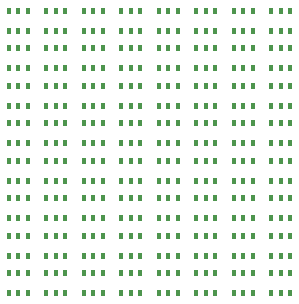
<source format=gtp>
G75*
%MOIN*%
%OFA0B0*%
%FSLAX25Y25*%
%IPPOS*%
%LPD*%
%AMOC8*
5,1,8,0,0,1.08239X$1,22.5*
%
%ADD10R,0.01181X0.02362*%
D10*
X0052680Y0249304D03*
X0055830Y0249304D03*
X0058980Y0249304D03*
X0065180Y0249304D03*
X0068330Y0249304D03*
X0071480Y0249304D03*
X0077680Y0249304D03*
X0080830Y0249304D03*
X0083980Y0249304D03*
X0090180Y0249304D03*
X0093330Y0249304D03*
X0096480Y0249304D03*
X0102680Y0249304D03*
X0105830Y0249304D03*
X0108980Y0249304D03*
X0115180Y0249304D03*
X0118330Y0249304D03*
X0121480Y0249304D03*
X0127680Y0249304D03*
X0130830Y0249304D03*
X0133980Y0249304D03*
X0140180Y0249304D03*
X0143330Y0249304D03*
X0146480Y0249304D03*
X0146480Y0255996D03*
X0143330Y0255996D03*
X0140180Y0255996D03*
X0140180Y0261804D03*
X0143330Y0261804D03*
X0146480Y0261804D03*
X0146480Y0268496D03*
X0143330Y0268496D03*
X0140180Y0268496D03*
X0133980Y0268496D03*
X0130830Y0268496D03*
X0127680Y0268496D03*
X0121480Y0268496D03*
X0118330Y0268496D03*
X0115180Y0268496D03*
X0108980Y0268496D03*
X0105830Y0268496D03*
X0102680Y0268496D03*
X0102680Y0274304D03*
X0105830Y0274304D03*
X0108980Y0274304D03*
X0115180Y0274304D03*
X0118330Y0274304D03*
X0121480Y0274304D03*
X0127680Y0274304D03*
X0130830Y0274304D03*
X0133980Y0274304D03*
X0140180Y0274304D03*
X0143330Y0274304D03*
X0146480Y0274304D03*
X0146480Y0280996D03*
X0143330Y0280996D03*
X0140180Y0280996D03*
X0133980Y0280996D03*
X0130830Y0280996D03*
X0127680Y0280996D03*
X0121480Y0280996D03*
X0118330Y0280996D03*
X0115180Y0280996D03*
X0108980Y0280996D03*
X0105830Y0280996D03*
X0102680Y0280996D03*
X0102680Y0286804D03*
X0105830Y0286804D03*
X0108980Y0286804D03*
X0115180Y0286804D03*
X0118330Y0286804D03*
X0121480Y0286804D03*
X0127680Y0286804D03*
X0130830Y0286804D03*
X0133980Y0286804D03*
X0140180Y0286804D03*
X0143330Y0286804D03*
X0146480Y0286804D03*
X0146480Y0293496D03*
X0143330Y0293496D03*
X0140180Y0293496D03*
X0140180Y0299304D03*
X0143330Y0299304D03*
X0146480Y0299304D03*
X0146480Y0305996D03*
X0143330Y0305996D03*
X0140180Y0305996D03*
X0140180Y0311804D03*
X0143330Y0311804D03*
X0146480Y0311804D03*
X0146480Y0318496D03*
X0143330Y0318496D03*
X0140180Y0318496D03*
X0133980Y0318496D03*
X0130830Y0318496D03*
X0127680Y0318496D03*
X0121480Y0318496D03*
X0118330Y0318496D03*
X0115180Y0318496D03*
X0108980Y0318496D03*
X0105830Y0318496D03*
X0102680Y0318496D03*
X0102680Y0324304D03*
X0105830Y0324304D03*
X0108980Y0324304D03*
X0115180Y0324304D03*
X0118330Y0324304D03*
X0121480Y0324304D03*
X0127680Y0324304D03*
X0130830Y0324304D03*
X0133980Y0324304D03*
X0140180Y0324304D03*
X0143330Y0324304D03*
X0146480Y0324304D03*
X0146480Y0330996D03*
X0143330Y0330996D03*
X0140180Y0330996D03*
X0133980Y0330996D03*
X0130830Y0330996D03*
X0127680Y0330996D03*
X0121480Y0330996D03*
X0118330Y0330996D03*
X0115180Y0330996D03*
X0108980Y0330996D03*
X0105830Y0330996D03*
X0102680Y0330996D03*
X0102680Y0336804D03*
X0105830Y0336804D03*
X0108980Y0336804D03*
X0115180Y0336804D03*
X0118330Y0336804D03*
X0121480Y0336804D03*
X0127680Y0336804D03*
X0130830Y0336804D03*
X0133980Y0336804D03*
X0140180Y0336804D03*
X0143330Y0336804D03*
X0146480Y0336804D03*
X0146480Y0343496D03*
X0143330Y0343496D03*
X0140180Y0343496D03*
X0133980Y0343496D03*
X0130830Y0343496D03*
X0127680Y0343496D03*
X0121480Y0343496D03*
X0118330Y0343496D03*
X0115180Y0343496D03*
X0108980Y0343496D03*
X0105830Y0343496D03*
X0102680Y0343496D03*
X0096480Y0343496D03*
X0093330Y0343496D03*
X0090180Y0343496D03*
X0083980Y0343496D03*
X0080830Y0343496D03*
X0077680Y0343496D03*
X0071480Y0343496D03*
X0068330Y0343496D03*
X0065180Y0343496D03*
X0058980Y0343496D03*
X0055830Y0343496D03*
X0052680Y0343496D03*
X0052680Y0336804D03*
X0055830Y0336804D03*
X0058980Y0336804D03*
X0065180Y0336804D03*
X0068330Y0336804D03*
X0071480Y0336804D03*
X0077680Y0336804D03*
X0080830Y0336804D03*
X0083980Y0336804D03*
X0083980Y0330996D03*
X0080830Y0330996D03*
X0077680Y0330996D03*
X0071480Y0330996D03*
X0068330Y0330996D03*
X0065180Y0330996D03*
X0058980Y0330996D03*
X0055830Y0330996D03*
X0052680Y0330996D03*
X0052680Y0324304D03*
X0055830Y0324304D03*
X0058980Y0324304D03*
X0065180Y0324304D03*
X0068330Y0324304D03*
X0071480Y0324304D03*
X0077680Y0324304D03*
X0080830Y0324304D03*
X0083980Y0324304D03*
X0083980Y0318496D03*
X0080830Y0318496D03*
X0077680Y0318496D03*
X0071480Y0318496D03*
X0068330Y0318496D03*
X0065180Y0318496D03*
X0058980Y0318496D03*
X0055830Y0318496D03*
X0052680Y0318496D03*
X0052680Y0311804D03*
X0055830Y0311804D03*
X0058980Y0311804D03*
X0058980Y0305996D03*
X0055830Y0305996D03*
X0052680Y0305996D03*
X0052680Y0299304D03*
X0055830Y0299304D03*
X0058980Y0299304D03*
X0058980Y0293496D03*
X0055830Y0293496D03*
X0052680Y0293496D03*
X0052680Y0286804D03*
X0055830Y0286804D03*
X0058980Y0286804D03*
X0065180Y0286804D03*
X0068330Y0286804D03*
X0071480Y0286804D03*
X0077680Y0286804D03*
X0080830Y0286804D03*
X0083980Y0286804D03*
X0083980Y0280996D03*
X0080830Y0280996D03*
X0077680Y0280996D03*
X0071480Y0280996D03*
X0068330Y0280996D03*
X0065180Y0280996D03*
X0058980Y0280996D03*
X0055830Y0280996D03*
X0052680Y0280996D03*
X0052680Y0274304D03*
X0055830Y0274304D03*
X0058980Y0274304D03*
X0065180Y0274304D03*
X0068330Y0274304D03*
X0071480Y0274304D03*
X0077680Y0274304D03*
X0080830Y0274304D03*
X0083980Y0274304D03*
X0083980Y0268496D03*
X0080830Y0268496D03*
X0077680Y0268496D03*
X0071480Y0268496D03*
X0068330Y0268496D03*
X0065180Y0268496D03*
X0058980Y0268496D03*
X0055830Y0268496D03*
X0052680Y0268496D03*
X0052680Y0261804D03*
X0055830Y0261804D03*
X0058980Y0261804D03*
X0058980Y0255996D03*
X0055830Y0255996D03*
X0052680Y0255996D03*
X0065180Y0255996D03*
X0068330Y0255996D03*
X0071480Y0255996D03*
X0071480Y0261804D03*
X0068330Y0261804D03*
X0065180Y0261804D03*
X0077680Y0261804D03*
X0080830Y0261804D03*
X0083980Y0261804D03*
X0083980Y0255996D03*
X0080830Y0255996D03*
X0077680Y0255996D03*
X0090180Y0255996D03*
X0093330Y0255996D03*
X0096480Y0255996D03*
X0096480Y0261804D03*
X0093330Y0261804D03*
X0090180Y0261804D03*
X0090180Y0268496D03*
X0093330Y0268496D03*
X0096480Y0268496D03*
X0096480Y0274304D03*
X0093330Y0274304D03*
X0090180Y0274304D03*
X0090180Y0280996D03*
X0093330Y0280996D03*
X0096480Y0280996D03*
X0096480Y0286804D03*
X0093330Y0286804D03*
X0090180Y0286804D03*
X0090180Y0293496D03*
X0093330Y0293496D03*
X0096480Y0293496D03*
X0096480Y0299304D03*
X0093330Y0299304D03*
X0090180Y0299304D03*
X0083980Y0299304D03*
X0080830Y0299304D03*
X0077680Y0299304D03*
X0077680Y0293496D03*
X0080830Y0293496D03*
X0083980Y0293496D03*
X0071480Y0293496D03*
X0068330Y0293496D03*
X0065180Y0293496D03*
X0065180Y0299304D03*
X0068330Y0299304D03*
X0071480Y0299304D03*
X0071480Y0305996D03*
X0068330Y0305996D03*
X0065180Y0305996D03*
X0065180Y0311804D03*
X0068330Y0311804D03*
X0071480Y0311804D03*
X0077680Y0311804D03*
X0080830Y0311804D03*
X0083980Y0311804D03*
X0083980Y0305996D03*
X0080830Y0305996D03*
X0077680Y0305996D03*
X0090180Y0305996D03*
X0093330Y0305996D03*
X0096480Y0305996D03*
X0096480Y0311804D03*
X0093330Y0311804D03*
X0090180Y0311804D03*
X0090180Y0318496D03*
X0093330Y0318496D03*
X0096480Y0318496D03*
X0096480Y0324304D03*
X0093330Y0324304D03*
X0090180Y0324304D03*
X0090180Y0330996D03*
X0093330Y0330996D03*
X0096480Y0330996D03*
X0096480Y0336804D03*
X0093330Y0336804D03*
X0090180Y0336804D03*
X0102680Y0311804D03*
X0105830Y0311804D03*
X0108980Y0311804D03*
X0108980Y0305996D03*
X0105830Y0305996D03*
X0102680Y0305996D03*
X0102680Y0299304D03*
X0105830Y0299304D03*
X0108980Y0299304D03*
X0108980Y0293496D03*
X0105830Y0293496D03*
X0102680Y0293496D03*
X0115180Y0293496D03*
X0118330Y0293496D03*
X0121480Y0293496D03*
X0121480Y0299304D03*
X0118330Y0299304D03*
X0115180Y0299304D03*
X0115180Y0305996D03*
X0118330Y0305996D03*
X0121480Y0305996D03*
X0121480Y0311804D03*
X0118330Y0311804D03*
X0115180Y0311804D03*
X0127680Y0311804D03*
X0130830Y0311804D03*
X0133980Y0311804D03*
X0133980Y0305996D03*
X0130830Y0305996D03*
X0127680Y0305996D03*
X0127680Y0299304D03*
X0130830Y0299304D03*
X0133980Y0299304D03*
X0133980Y0293496D03*
X0130830Y0293496D03*
X0127680Y0293496D03*
X0127680Y0261804D03*
X0130830Y0261804D03*
X0133980Y0261804D03*
X0133980Y0255996D03*
X0130830Y0255996D03*
X0127680Y0255996D03*
X0121480Y0255996D03*
X0118330Y0255996D03*
X0115180Y0255996D03*
X0115180Y0261804D03*
X0118330Y0261804D03*
X0121480Y0261804D03*
X0108980Y0261804D03*
X0105830Y0261804D03*
X0102680Y0261804D03*
X0102680Y0255996D03*
X0105830Y0255996D03*
X0108980Y0255996D03*
M02*

</source>
